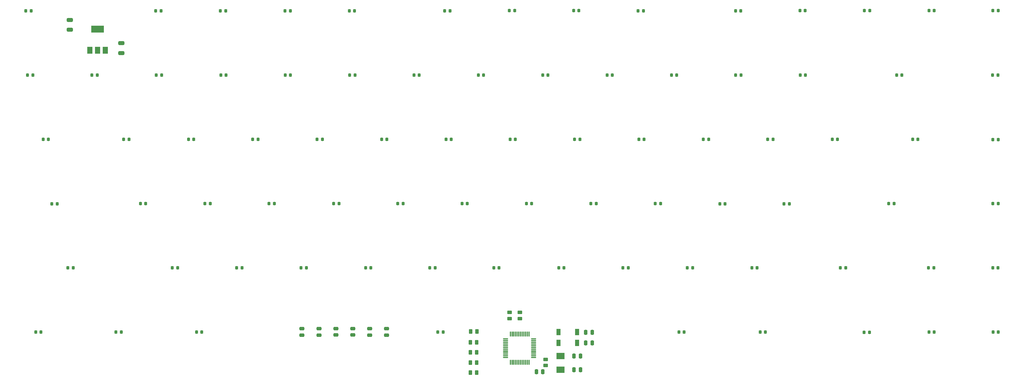
<source format=gbr>
%TF.GenerationSoftware,KiCad,Pcbnew,7.0.8-7.0.8~ubuntu22.04.1*%
%TF.CreationDate,2023-11-08T21:52:34+01:00*%
%TF.ProjectId,keyboard,6b657962-6f61-4726-942e-6b696361645f,rev?*%
%TF.SameCoordinates,Original*%
%TF.FileFunction,Paste,Bot*%
%TF.FilePolarity,Positive*%
%FSLAX46Y46*%
G04 Gerber Fmt 4.6, Leading zero omitted, Abs format (unit mm)*
G04 Created by KiCad (PCBNEW 7.0.8-7.0.8~ubuntu22.04.1) date 2023-11-08 21:52:34*
%MOMM*%
%LPD*%
G01*
G04 APERTURE LIST*
G04 Aperture macros list*
%AMRoundRect*
0 Rectangle with rounded corners*
0 $1 Rounding radius*
0 $2 $3 $4 $5 $6 $7 $8 $9 X,Y pos of 4 corners*
0 Add a 4 corners polygon primitive as box body*
4,1,4,$2,$3,$4,$5,$6,$7,$8,$9,$2,$3,0*
0 Add four circle primitives for the rounded corners*
1,1,$1+$1,$2,$3*
1,1,$1+$1,$4,$5*
1,1,$1+$1,$6,$7*
1,1,$1+$1,$8,$9*
0 Add four rect primitives between the rounded corners*
20,1,$1+$1,$2,$3,$4,$5,0*
20,1,$1+$1,$4,$5,$6,$7,0*
20,1,$1+$1,$6,$7,$8,$9,0*
20,1,$1+$1,$8,$9,$2,$3,0*%
G04 Aperture macros list end*
%ADD10RoundRect,0.218750X-0.218750X-0.256250X0.218750X-0.256250X0.218750X0.256250X-0.218750X0.256250X0*%
%ADD11R,2.400000X1.900000*%
%ADD12RoundRect,0.250000X0.650000X-0.325000X0.650000X0.325000X-0.650000X0.325000X-0.650000X-0.325000X0*%
%ADD13RoundRect,0.250000X0.262500X0.450000X-0.262500X0.450000X-0.262500X-0.450000X0.262500X-0.450000X0*%
%ADD14RoundRect,0.250000X0.250000X0.475000X-0.250000X0.475000X-0.250000X-0.475000X0.250000X-0.475000X0*%
%ADD15RoundRect,0.075000X0.662500X0.075000X-0.662500X0.075000X-0.662500X-0.075000X0.662500X-0.075000X0*%
%ADD16RoundRect,0.075000X0.075000X0.662500X-0.075000X0.662500X-0.075000X-0.662500X0.075000X-0.662500X0*%
%ADD17RoundRect,0.250000X0.475000X-0.250000X0.475000X0.250000X-0.475000X0.250000X-0.475000X-0.250000X0*%
%ADD18RoundRect,0.250000X0.450000X-0.262500X0.450000X0.262500X-0.450000X0.262500X-0.450000X-0.262500X0*%
%ADD19R,1.500000X2.000000*%
%ADD20R,3.800000X2.000000*%
%ADD21RoundRect,0.250000X-0.250000X-0.475000X0.250000X-0.475000X0.250000X0.475000X-0.250000X0.475000X0*%
%ADD22R,1.300000X1.900000*%
%ADD23RoundRect,0.250000X-0.450000X0.262500X-0.450000X-0.262500X0.450000X-0.262500X0.450000X0.262500X0*%
%ADD24RoundRect,0.250000X-0.650000X0.325000X-0.650000X-0.325000X0.650000X-0.325000X0.650000X0.325000X0*%
G04 APERTURE END LIST*
D10*
%TO.C,D42*%
X163062500Y-92550000D03*
X164637500Y-92550000D03*
%TD*%
%TO.C,D74*%
X229612500Y-111600000D03*
X231187500Y-111600000D03*
%TD*%
%TO.C,D64*%
X117725000Y-168750000D03*
X119300000Y-168750000D03*
%TD*%
%TO.C,D44*%
X101125000Y-130650000D03*
X102700000Y-130650000D03*
%TD*%
%TO.C,D62*%
X158312500Y-130650000D03*
X159887500Y-130650000D03*
%TD*%
%TO.C,D45*%
X79662500Y-149700000D03*
X81237500Y-149700000D03*
%TD*%
D11*
%TO.C,Y2*%
X225482500Y-175850000D03*
X225482500Y-179950000D03*
%TD*%
D10*
%TO.C,D72*%
X315362500Y-73450000D03*
X316937500Y-73450000D03*
%TD*%
D12*
%TO.C,C7*%
X80250000Y-79125000D03*
X80250000Y-76175000D03*
%TD*%
D10*
%TO.C,D65*%
X296282500Y-73450000D03*
X297857500Y-73450000D03*
%TD*%
%TO.C,D4*%
X248612500Y-111600000D03*
X250187500Y-111600000D03*
%TD*%
D13*
%TO.C,R10*%
X200695000Y-168550000D03*
X198870000Y-168550000D03*
%TD*%
D10*
%TO.C,D10*%
X296362500Y-92550000D03*
X297937500Y-92550000D03*
%TD*%
%TO.C,D30*%
X124912500Y-92550000D03*
X126487500Y-92550000D03*
%TD*%
%TO.C,D37*%
X115362500Y-111600000D03*
X116937500Y-111600000D03*
%TD*%
D14*
%TO.C,C10*%
X231365000Y-175862500D03*
X229465000Y-175862500D03*
%TD*%
D13*
%TO.C,R12*%
X200625000Y-180750000D03*
X198800000Y-180750000D03*
%TD*%
D10*
%TO.C,D8*%
X105655000Y-73500000D03*
X107230000Y-73500000D03*
%TD*%
%TO.C,D21*%
X334462500Y-168750000D03*
X336037500Y-168750000D03*
%TD*%
D15*
%TO.C,U1*%
X217512500Y-170800000D03*
X217512500Y-171300000D03*
X217512500Y-171800000D03*
X217512500Y-172300000D03*
X217512500Y-172800000D03*
X217512500Y-173300000D03*
X217512500Y-173800000D03*
X217512500Y-174300000D03*
X217512500Y-174800000D03*
X217512500Y-175300000D03*
X217512500Y-175800000D03*
X217512500Y-176300000D03*
D16*
X216100000Y-177712500D03*
X215600000Y-177712500D03*
X215100000Y-177712500D03*
X214600000Y-177712500D03*
X214100000Y-177712500D03*
X213600000Y-177712500D03*
X213100000Y-177712500D03*
X212600000Y-177712500D03*
X212100000Y-177712500D03*
X211600000Y-177712500D03*
X211100000Y-177712500D03*
X210600000Y-177712500D03*
D15*
X209187500Y-176300000D03*
X209187500Y-175800000D03*
X209187500Y-175300000D03*
X209187500Y-174800000D03*
X209187500Y-174300000D03*
X209187500Y-173800000D03*
X209187500Y-173300000D03*
X209187500Y-172800000D03*
X209187500Y-172300000D03*
X209187500Y-171800000D03*
X209187500Y-171300000D03*
X209187500Y-170800000D03*
D16*
X210600000Y-169387500D03*
X211100000Y-169387500D03*
X211600000Y-169387500D03*
X212100000Y-169387500D03*
X212600000Y-169387500D03*
X213100000Y-169387500D03*
X213600000Y-169387500D03*
X214100000Y-169387500D03*
X214600000Y-169387500D03*
X215100000Y-169387500D03*
X215600000Y-169387500D03*
X216100000Y-169387500D03*
%TD*%
D10*
%TO.C,D75*%
X196312500Y-130650000D03*
X197887500Y-130650000D03*
%TD*%
%TO.C,D9*%
X67755000Y-92550000D03*
X69330000Y-92550000D03*
%TD*%
D17*
%TO.C,C5*%
X158950000Y-169600000D03*
X158950000Y-167700000D03*
%TD*%
D18*
%TO.C,R6*%
X213400000Y-164762500D03*
X213400000Y-162937500D03*
%TD*%
D10*
%TO.C,D54*%
X201112500Y-92550000D03*
X202687500Y-92550000D03*
%TD*%
%TO.C,D36*%
X143962500Y-92550000D03*
X145537500Y-92550000D03*
%TD*%
%TO.C,D76*%
X186775000Y-149700000D03*
X188350000Y-149700000D03*
%TD*%
%TO.C,D35*%
X191162500Y-73500000D03*
X192737500Y-73500000D03*
%TD*%
%TO.C,D12*%
X234462500Y-130650000D03*
X236037500Y-130650000D03*
%TD*%
%TO.C,D52*%
X70162500Y-168750000D03*
X71737500Y-168750000D03*
%TD*%
%TO.C,D27*%
X262962500Y-149700000D03*
X264537500Y-149700000D03*
%TD*%
%TO.C,D55*%
X172512500Y-111600000D03*
X174087500Y-111600000D03*
%TD*%
%TO.C,D59*%
X277232500Y-73500000D03*
X278807500Y-73500000D03*
%TD*%
D19*
%TO.C,U2*%
X90780000Y-85200000D03*
X88480000Y-85200000D03*
D20*
X88480000Y-78900000D03*
D19*
X86180000Y-85200000D03*
%TD*%
D13*
%TO.C,R11*%
X200625000Y-177800000D03*
X198800000Y-177800000D03*
%TD*%
D17*
%TO.C,C1*%
X173950000Y-169650000D03*
X173950000Y-167750000D03*
%TD*%
D10*
%TO.C,D3*%
X277262500Y-92550000D03*
X278837500Y-92550000D03*
%TD*%
%TO.C,D50*%
X120230000Y-130650000D03*
X121805000Y-130650000D03*
%TD*%
%TO.C,D39*%
X322562500Y-130650000D03*
X324137500Y-130650000D03*
%TD*%
%TO.C,D70*%
X189125000Y-168750000D03*
X190700000Y-168750000D03*
%TD*%
%TO.C,D82*%
X353362500Y-149700000D03*
X354937500Y-149700000D03*
%TD*%
%TO.C,D22*%
X143942500Y-73500000D03*
X145517500Y-73500000D03*
%TD*%
D21*
%TO.C,C13*%
X218332500Y-180550000D03*
X220232500Y-180550000D03*
%TD*%
D22*
%TO.C,Y1*%
X224850000Y-168787500D03*
X230350000Y-168787500D03*
X230350000Y-171987500D03*
X224850000Y-171987500D03*
%TD*%
D10*
%TO.C,D56*%
X139212500Y-130650000D03*
X140787500Y-130650000D03*
%TD*%
%TO.C,D29*%
X162930000Y-73500000D03*
X164505000Y-73500000D03*
%TD*%
%TO.C,D58*%
X93912500Y-168750000D03*
X95487500Y-168750000D03*
%TD*%
%TO.C,D80*%
X353400000Y-111650000D03*
X354975000Y-111650000D03*
%TD*%
%TO.C,D20*%
X243925000Y-149700000D03*
X245500000Y-149700000D03*
%TD*%
%TO.C,D33*%
X291605000Y-130700000D03*
X293180000Y-130700000D03*
%TD*%
%TO.C,D34*%
X282062500Y-149700000D03*
X283637500Y-149700000D03*
%TD*%
D17*
%TO.C,C2*%
X168950000Y-169650000D03*
X168950000Y-167750000D03*
%TD*%
D10*
%TO.C,D51*%
X110562500Y-149700000D03*
X112137500Y-149700000D03*
%TD*%
%TO.C,D15*%
X124805000Y-73500000D03*
X126380000Y-73500000D03*
%TD*%
%TO.C,D32*%
X329662500Y-111600000D03*
X331237500Y-111600000D03*
%TD*%
%TO.C,D23*%
X105812500Y-92550000D03*
X107387500Y-92550000D03*
%TD*%
%TO.C,D26*%
X272580000Y-130700000D03*
X274155000Y-130700000D03*
%TD*%
%TO.C,D28*%
X353425000Y-168750000D03*
X355000000Y-168750000D03*
%TD*%
%TO.C,D40*%
X308252500Y-149700000D03*
X309827500Y-149700000D03*
%TD*%
D17*
%TO.C,C8*%
X148950000Y-169650000D03*
X148950000Y-167750000D03*
%TD*%
D10*
%TO.C,D14*%
X315275000Y-168800000D03*
X316850000Y-168800000D03*
%TD*%
%TO.C,D78*%
X353400000Y-73450000D03*
X354975000Y-73450000D03*
%TD*%
%TO.C,D46*%
X334325000Y-149700000D03*
X335900000Y-149700000D03*
%TD*%
%TO.C,D38*%
X74912500Y-130700000D03*
X76487500Y-130700000D03*
%TD*%
%TO.C,D49*%
X153412500Y-111600000D03*
X154987500Y-111600000D03*
%TD*%
D23*
%TO.C,R4*%
X221032500Y-176865000D03*
X221032500Y-178690000D03*
%TD*%
D10*
%TO.C,D41*%
X210300000Y-73450000D03*
X211875000Y-73450000D03*
%TD*%
%TO.C,D7*%
X284525000Y-168750000D03*
X286100000Y-168750000D03*
%TD*%
%TO.C,D77*%
X260462500Y-168750000D03*
X262037500Y-168750000D03*
%TD*%
D13*
%TO.C,R7*%
X200625000Y-171800000D03*
X198800000Y-171800000D03*
%TD*%
D10*
%TO.C,D19*%
X253512500Y-130650000D03*
X255087500Y-130650000D03*
%TD*%
%TO.C,D5*%
X215362500Y-130650000D03*
X216937500Y-130650000D03*
%TD*%
%TO.C,D67*%
X210512500Y-111600000D03*
X212087500Y-111600000D03*
%TD*%
%TO.C,D18*%
X286775000Y-111600000D03*
X288350000Y-111600000D03*
%TD*%
D14*
%TO.C,C9*%
X231365000Y-179950000D03*
X229465000Y-179950000D03*
%TD*%
D10*
%TO.C,D11*%
X267712500Y-111600000D03*
X269287500Y-111600000D03*
%TD*%
%TO.C,D73*%
X258262500Y-92550000D03*
X259837500Y-92550000D03*
%TD*%
%TO.C,D25*%
X305862500Y-111600000D03*
X307437500Y-111600000D03*
%TD*%
D14*
%TO.C,C11*%
X234832500Y-171950000D03*
X232932500Y-171950000D03*
%TD*%
D10*
%TO.C,D17*%
X324912500Y-92550000D03*
X326487500Y-92550000D03*
%TD*%
%TO.C,D24*%
X72355000Y-111600000D03*
X73930000Y-111600000D03*
%TD*%
%TO.C,D48*%
X182062500Y-92550000D03*
X183637500Y-92550000D03*
%TD*%
%TO.C,D57*%
X129612500Y-149700000D03*
X131187500Y-149700000D03*
%TD*%
%TO.C,D66*%
X239212500Y-92550000D03*
X240787500Y-92550000D03*
%TD*%
%TO.C,D53*%
X248412500Y-73500000D03*
X249987500Y-73500000D03*
%TD*%
%TO.C,D63*%
X148662500Y-149700000D03*
X150237500Y-149700000D03*
%TD*%
%TO.C,D81*%
X353400000Y-130650000D03*
X354975000Y-130650000D03*
%TD*%
D17*
%TO.C,C3*%
X163950000Y-169600000D03*
X163950000Y-167700000D03*
%TD*%
D10*
%TO.C,D13*%
X224912500Y-149700000D03*
X226487500Y-149700000D03*
%TD*%
%TO.C,D47*%
X229312500Y-73450000D03*
X230887500Y-73450000D03*
%TD*%
D24*
%TO.C,C4*%
X95480000Y-83100000D03*
X95480000Y-86050000D03*
%TD*%
D17*
%TO.C,C6*%
X153950000Y-169650000D03*
X153950000Y-167750000D03*
%TD*%
D10*
%TO.C,D6*%
X205712500Y-149700000D03*
X207287500Y-149700000D03*
%TD*%
%TO.C,D79*%
X353300000Y-92540000D03*
X354875000Y-92540000D03*
%TD*%
%TO.C,D2*%
X334462500Y-73450000D03*
X336037500Y-73450000D03*
%TD*%
%TO.C,D31*%
X96162500Y-111600000D03*
X97737500Y-111600000D03*
%TD*%
%TO.C,D1*%
X67242500Y-73520000D03*
X68817500Y-73520000D03*
%TD*%
%TO.C,D61*%
X191562500Y-111600000D03*
X193137500Y-111600000D03*
%TD*%
%TO.C,D69*%
X167762500Y-149700000D03*
X169337500Y-149700000D03*
%TD*%
D18*
%TO.C,R9*%
X210400000Y-164762500D03*
X210400000Y-162937500D03*
%TD*%
D13*
%TO.C,R8*%
X200625000Y-174800000D03*
X198800000Y-174800000D03*
%TD*%
D10*
%TO.C,D16*%
X86780000Y-92550000D03*
X88355000Y-92550000D03*
%TD*%
D14*
%TO.C,C12*%
X234832500Y-168800000D03*
X232932500Y-168800000D03*
%TD*%
D10*
%TO.C,D43*%
X134362500Y-111600000D03*
X135937500Y-111600000D03*
%TD*%
%TO.C,D68*%
X177312500Y-130650000D03*
X178887500Y-130650000D03*
%TD*%
%TO.C,D60*%
X220180000Y-92550000D03*
X221755000Y-92550000D03*
%TD*%
M02*

</source>
